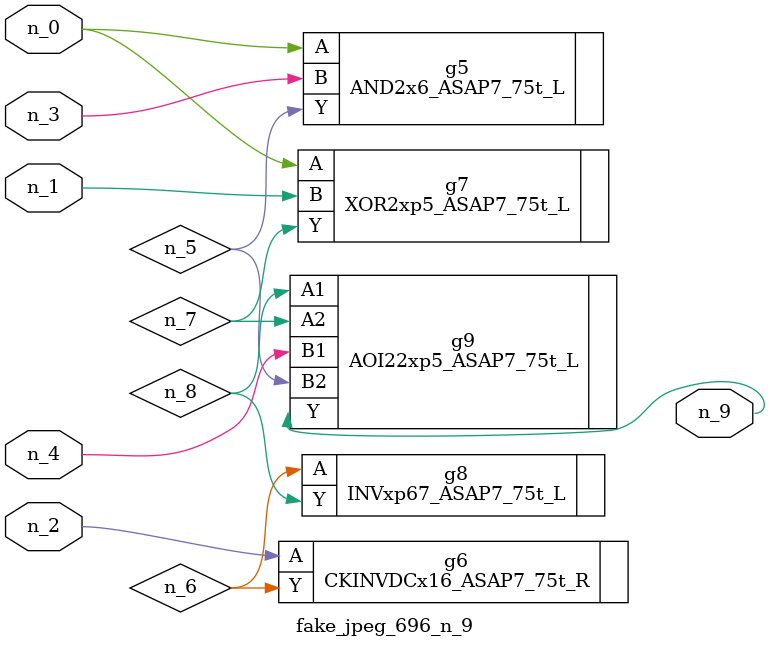
<source format=v>
module fake_jpeg_696_n_9 (n_3, n_2, n_1, n_0, n_4, n_9);

input n_3;
input n_2;
input n_1;
input n_0;
input n_4;

output n_9;

wire n_8;
wire n_6;
wire n_5;
wire n_7;

AND2x6_ASAP7_75t_L g5 ( 
.A(n_0),
.B(n_3),
.Y(n_5)
);

CKINVDCx16_ASAP7_75t_R g6 ( 
.A(n_2),
.Y(n_6)
);

XOR2xp5_ASAP7_75t_L g7 ( 
.A(n_0),
.B(n_1),
.Y(n_7)
);

INVxp67_ASAP7_75t_L g8 ( 
.A(n_6),
.Y(n_8)
);

AOI22xp5_ASAP7_75t_L g9 ( 
.A1(n_8),
.A2(n_7),
.B1(n_4),
.B2(n_5),
.Y(n_9)
);


endmodule
</source>
